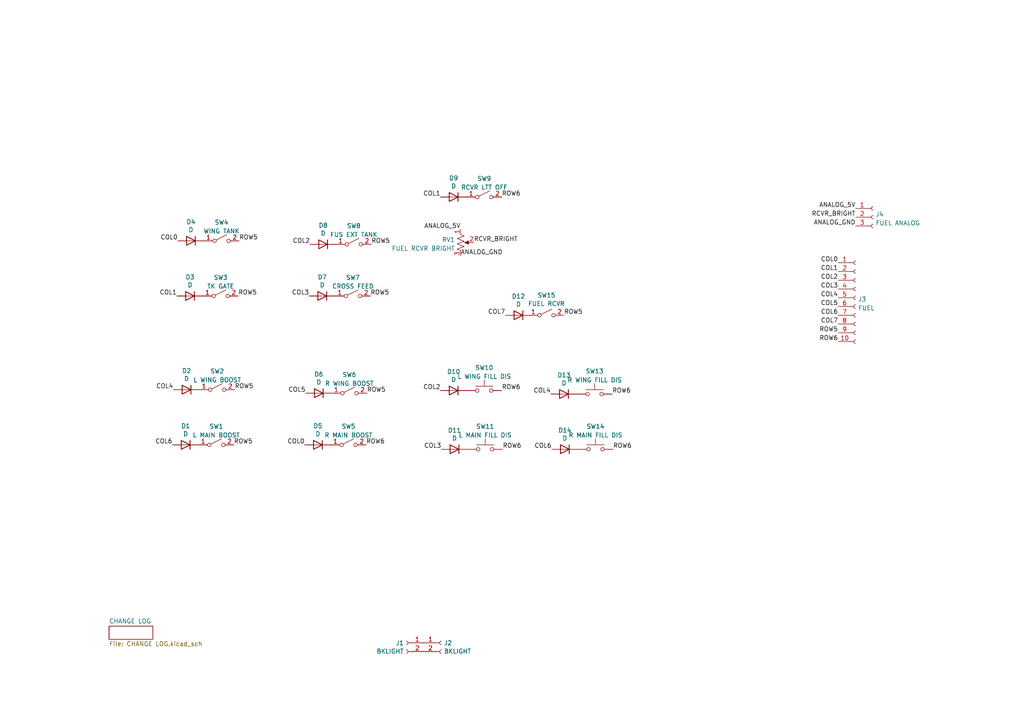
<source format=kicad_sch>
(kicad_sch (version 20230121) (generator eeschema)
  (paper "A4")
  (lib_symbols
    (symbol "Connector:Conn_01x02_Socket" (pin_names (offset 1.016) hide)
      (property "Reference" "J" (at 0 2.54 0))
      (property "Value" "Conn_01x02_Socket" (at 0 -5.08 0))
      (symbol "Conn_01x02_Socket_1_1"
        (arc (start 0 -2.032) (mid -0.5058 -2.54) (end 0 -3.048) (stroke (width 0.1524)))
        (polyline (pts (xy -1.27 -2.54) (xy -0.508 -2.54)) (stroke (width 0.1524)))
        (polyline (pts (xy -1.27 0) (xy -0.508 0)) (stroke (width 0.1524)))
        (arc (start 0 0.508) (mid -0.5058 0) (end 0 -0.508) (stroke (width 0.1524)))
        (pin passive line (at -5.08 0 0) (length 3.81) (name "Pin_1") (number "1"))
        (pin passive line (at -5.08 -2.54 0) (length 3.81) (name "Pin_2") (number "2"))
      )
    )
    (symbol "Connector:Conn_01x03_Female" (pin_names (offset 1.016) hide)
      (property "Reference" "J" (at 0 5.08 0))
      (property "Value" "Conn_01x03_Female" (at 0 -5.08 0))
      (symbol "Conn_01x03_Female_1_1"
        (arc (start 0 -2.032) (mid -0.5058 -2.54) (end 0 -3.048) (stroke (width 0.1524)))
        (polyline (pts (xy -1.27 -2.54) (xy -0.508 -2.54)) (stroke (width 0.1524)))
        (polyline (pts (xy -1.27 0) (xy -0.508 0)) (stroke (width 0.1524)))
        (polyline (pts (xy -1.27 2.54) (xy -0.508 2.54)) (stroke (width 0.1524)))
        (arc (start 0 0.508) (mid -0.5058 0) (end 0 -0.508) (stroke (width 0.1524)))
        (arc (start 0 3.048) (mid -0.5058 2.54) (end 0 2.032) (stroke (width 0.1524)))
        (pin passive line (at -5.08 2.54 0) (length 3.81) (name "Pin_1") (number "1"))
        (pin passive line (at -5.08 0 0) (length 3.81) (name "Pin_2") (number "2"))
        (pin passive line (at -5.08 -2.54 0) (length 3.81) (name "Pin_3") (number "3"))
      )
    )
    (symbol "Connector:Conn_01x10_Female" (pin_names (offset 1.016) hide)
      (property "Reference" "J" (at 0 12.7 0))
      (property "Value" "Conn_01x10_Female" (at 0 -15.24 0))
      (symbol "Conn_01x10_Female_1_1"
        (arc (start 0 -12.192) (mid -0.5058 -12.7) (end 0 -13.208) (stroke (width 0.1524)))
        (arc (start 0 -9.652) (mid -0.5058 -10.16) (end 0 -10.668) (stroke (width 0.1524)))
        (arc (start 0 -7.112) (mid -0.5058 -7.62) (end 0 -8.128) (stroke (width 0.1524)))
        (arc (start 0 -4.572) (mid -0.5058 -5.08) (end 0 -5.588) (stroke (width 0.1524)))
        (arc (start 0 -2.032) (mid -0.5058 -2.54) (end 0 -3.048) (stroke (width 0.1524)))
        (polyline (pts (xy -1.27 -12.7) (xy -0.508 -12.7)) (stroke (width 0.1524)))
        (polyline (pts (xy -1.27 -10.16) (xy -0.508 -10.16)) (stroke (width 0.1524)))
        (polyline (pts (xy -1.27 -7.62) (xy -0.508 -7.62)) (stroke (width 0.1524)))
        (polyline (pts (xy -1.27 -5.08) (xy -0.508 -5.08)) (stroke (width 0.1524)))
        (polyline (pts (xy -1.27 -2.54) (xy -0.508 -2.54)) (stroke (width 0.1524)))
        (polyline (pts (xy -1.27 0) (xy -0.508 0)) (stroke (width 0.1524)))
        (polyline (pts (xy -1.27 2.54) (xy -0.508 2.54)) (stroke (width 0.1524)))
        (polyline (pts (xy -1.27 5.08) (xy -0.508 5.08)) (stroke (width 0.1524)))
        (polyline (pts (xy -1.27 7.62) (xy -0.508 7.62)) (stroke (width 0.1524)))
        (polyline (pts (xy -1.27 10.16) (xy -0.508 10.16)) (stroke (width 0.1524)))
        (arc (start 0 0.508) (mid -0.5058 0) (end 0 -0.508) (stroke (width 0.1524)))
        (arc (start 0 3.048) (mid -0.5058 2.54) (end 0 2.032) (stroke (width 0.1524)))
        (arc (start 0 5.588) (mid -0.5058 5.08) (end 0 4.572) (stroke (width 0.1524)))
        (arc (start 0 8.128) (mid -0.5058 7.62) (end 0 7.112) (stroke (width 0.1524)))
        (arc (start 0 10.668) (mid -0.5058 10.16) (end 0 9.652) (stroke (width 0.1524)))
        (pin passive line (at -5.08 10.16 0) (length 3.81) (name "Pin_1") (number "1"))
        (pin passive line (at -5.08 -12.7 0) (length 3.81) (name "Pin_10") (number "10"))
        (pin passive line (at -5.08 7.62 0) (length 3.81) (name "Pin_2") (number "2"))
        (pin passive line (at -5.08 5.08 0) (length 3.81) (name "Pin_3") (number "3"))
        (pin passive line (at -5.08 2.54 0) (length 3.81) (name "Pin_4") (number "4"))
        (pin passive line (at -5.08 0 0) (length 3.81) (name "Pin_5") (number "5"))
        (pin passive line (at -5.08 -2.54 0) (length 3.81) (name "Pin_6") (number "6"))
        (pin passive line (at -5.08 -5.08 0) (length 3.81) (name "Pin_7") (number "7"))
        (pin passive line (at -5.08 -7.62 0) (length 3.81) (name "Pin_8") (number "8"))
        (pin passive line (at -5.08 -10.16 0) (length 3.81) (name "Pin_9") (number "9"))
      )
    )
    (symbol "Device:D" (pin_numbers hide) (pin_names (offset 1.016) hide)
      (property "Reference" "D" (at 0 2.54 0))
      (property "Value" "D" (at 0 -2.54 0))
      (symbol "D_0_1"
        (polyline (pts (xy -1.27 1.27) (xy -1.27 -1.27)) (stroke (width 0.254)))
        (polyline (pts (xy 1.27 0) (xy -1.27 0)))
        (polyline (pts (xy 1.27 1.27) (xy 1.27 -1.27) (xy -1.27 0) (xy 1.27 1.27)) (stroke (width 0.254)))
      )
      (symbol "D_1_1"
        (pin passive line (at -3.81 0 0) (length 2.54) (name "K") (number "1"))
        (pin passive line (at 3.81 0 180) (length 2.54) (name "A") (number "2"))
      )
    )
    (symbol "Device:R_Potentiometer_US" (pin_names (offset 1.016) hide)
      (property "Reference" "RV" (at -4.445 0 90))
      (property "Value" "R_Potentiometer_US" (at -2.54 0 90))
      (symbol "R_Potentiometer_US_0_1"
        (polyline (pts (xy 0 -2.286) (xy 0 -2.54)))
        (polyline (pts (xy 0 2.54) (xy 0 2.286)))
        (polyline (pts (xy 2.54 0) (xy 1.524 0)))
        (polyline (pts (xy 1.143 0) (xy 2.286 0.508) (xy 2.286 -0.508) (xy 1.143 0)) (fill (type outline)))
        (polyline (pts (xy 0 -0.762) (xy 1.016 -1.143) (xy 0 -1.524) (xy -1.016 -1.905) (xy 0 -2.286)))
        (polyline (pts (xy 0 0.762) (xy 1.016 0.381) (xy 0 0) (xy -1.016 -0.381) (xy 0 -0.762)))
        (polyline (pts (xy 0 2.286) (xy 1.016 1.905) (xy 0 1.524) (xy -1.016 1.143) (xy 0 0.762)))
      )
      (symbol "R_Potentiometer_US_1_1"
        (pin passive line (at 0 3.81 270) (length 1.27) (name "1") (number "1"))
        (pin passive line (at 3.81 0 180) (length 1.27) (name "2") (number "2"))
        (pin passive line (at 0 -3.81 90) (length 1.27) (name "3") (number "3"))
      )
    )
    (symbol "Switch:SW_Push" (pin_numbers hide) (pin_names (offset 1.016) hide)
      (property "Reference" "SW" (at 1.27 2.54 0))
      (property "Value" "SW_Push" (at 0 -1.524 0))
      (symbol "SW_Push_0_1"
        (circle (center -2.032 0) (radius 0.508))
        (polyline (pts (xy 0 1.27) (xy 0 3.048)))
        (polyline (pts (xy 2.54 1.27) (xy -2.54 1.27)))
        (circle (center 2.032 0) (radius 0.508))
        (pin passive line (at -5.08 0 0) (length 2.54) (name "1") (number "1"))
        (pin passive line (at 5.08 0 180) (length 2.54) (name "2") (number "2"))
      )
    )
    (symbol "Switch:SW_SPST" (pin_names (offset 0) hide)
      (property "Reference" "SW" (at 0 3.175 0))
      (property "Value" "SW_SPST" (at 0 -2.54 0))
      (symbol "SW_SPST_0_0"
        (circle (center -2.032 0) (radius 0.508))
        (polyline (pts (xy -1.524 0.254) (xy 1.524 1.778)))
        (circle (center 2.032 0) (radius 0.508))
      )
      (symbol "SW_SPST_1_1"
        (pin passive line (at -5.08 0 0) (length 2.54) (name "A") (number "1"))
        (pin passive line (at 5.08 0 180) (length 2.54) (name "B") (number "2"))
      )
    )
  )
  (wire (pts (xy 154.178 91.44) (xy 153.416 91.44)))
  (label "ROW5" (at 243.078 96.52 180))
  (label "COL0" (at 51.562 69.85 180))
  (label "COL6" (at 160.02 130.302 180))
  (label "ROW6" (at 243.078 99.06 180))
  (label "ROW6" (at 177.546 114.3 0))
  (label "COL0" (at 88.392 129.032 180))
  (label "COL2" (at 127.762 113.284 180))
  (label "ROW6" (at 106.172 129.032 0))
  (label "RCVR_BRIGHT" (at 248.158 62.992 180))
  (label "ROW5" (at 106.426 114.046 0))
  (label "ROW5" (at 67.818 129.032 0))
  (label "RCVR_BRIGHT" (at 137.414 70.358 0))
  (label "ROW5" (at 107.696 70.866 0))
  (label "ANALOG_GND" (at 248.158 65.532 180))
  (label "COL1" (at 51.308 85.852 180))
  (label "ROW6" (at 145.796 130.302 0))
  (label "COL5" (at 243.078 88.9 180))
  (label "ANALOG_GND" (at 133.604 74.168 0))
  (label "COL1" (at 127.762 57.15 180))
  (label "COL4" (at 50.292 113.03 180))
  (label "COL6" (at 243.078 91.44 180))
  (label "ROW6" (at 177.8 130.302 0))
  (label "ROW6" (at 145.542 113.284 0))
  (label "ROW5" (at 69.088 85.852 0))
  (label "COL3" (at 243.078 83.82 180))
  (label "COL5" (at 88.646 114.046 180))
  (label "ROW5" (at 68.072 113.03 0))
  (label "ANALOG_5V" (at 133.604 66.548 180))
  (label "COL3" (at 89.662 85.852 180))
  (label "COL4" (at 243.078 86.36 180))
  (label "COL0" (at 243.078 76.2 180))
  (label "COL3" (at 128.016 130.302 180))
  (label "ROW6" (at 145.542 57.15 0))
  (label "ROW5" (at 107.442 85.852 0))
  (label "COL7" (at 243.078 93.98 180))
  (label "ROW5" (at 69.342 69.85 0))
  (label "ROW5" (at 163.576 91.44 0))
  (label "COL1" (at 243.078 78.74 180))
  (label "COL6" (at 50.038 129.032 180))
  (label "COL2" (at 243.078 81.28 180))
  (label "COL4" (at 159.766 114.3 180))
  (label "COL2" (at 89.916 70.866 180))
  (label "COL7" (at 146.558 91.44 180))
  (label "ANALOG_5V" (at 248.158 60.452 180))
  (symbol (lib_id "Device:D") (at 55.118 85.852 0) (mirror y) (unit 1)
    (property "Reference" "D3" (at 55.118 80.3656 0))
    (property "Value" "D" (at 55.118 82.677 0))
    (property "Footprint" "Diode_THT:D_A-405_P2.54mm_Vertical_AnodeUp" (effects hide))
  )
  (symbol (lib_id "Switch:SW_SPST") (at 158.496 91.44 0) (unit 1)
    (property "Reference" "SW15" (at 158.496 85.6447 0))
    (property "Value" "FUEL RCVR" (at 158.496 88.0689 0))
    (property "Footprint" "Connector_Molex:Molex_KK-254_AE-6410-02A_1x02_P2.54mm_Vertical" (effects hide))
  )
  (symbol (lib_id "Switch:SW_SPST") (at 102.362 85.852 0) (unit 1)
    (property "Reference" "SW7" (at 102.362 80.5012 0))
    (property "Value" "CROSS FEED" (at 102.362 83.0381 0))
    (property "Footprint" "Connector_Molex:Molex_KK-254_AE-6410-02A_1x02_P2.54mm_Vertical" (effects hide))
  )
  (symbol (lib_id "Connector:Conn_01x10_Female") (at 248.158 86.36 0) (unit 1)
    (property "Reference" "J3" (at 248.8692 86.7953 0) (effects (justify left)))
    (property "Value" "FUEL" (at 248.8692 89.3322 0) (effects (justify left)))
    (property "Footprint" "Connector_Molex:Molex_KK-254_AE-6410-10A_1x10_P2.54mm_Vertical" (effects hide))
  )
  (symbol (lib_id "Switch:SW_SPST") (at 64.262 69.85 0) (unit 1)
    (property "Reference" "SW4" (at 64.262 64.4992 0))
    (property "Value" "WING TANK" (at 64.262 67.0361 0))
    (property "Footprint" "Connector_Molex:Molex_KK-254_AE-6410-02A_1x02_P2.54mm_Vertical" (effects hide))
  )
  (symbol (lib_id "Switch:SW_Push") (at 140.462 113.284 0) (unit 1)
    (property "Reference" "SW10" (at 140.462 106.6632 0))
    (property "Value" "L WING FILL DIS" (at 140.462 109.2001 0))
    (property "Footprint" "Connector_Molex:Molex_KK-254_AE-6410-02A_1x02_P2.54mm_Vertical" (effects hide))
  )
  (symbol (lib_id "Switch:SW_SPST") (at 62.738 129.032 0) (unit 1)
    (property "Reference" "SW1" (at 62.738 123.6812 0))
    (property "Value" "L MAIN BOOST" (at 62.738 126.2181 0))
    (property "Footprint" "Connector_Molex:Molex_KK-254_AE-6410-02A_1x02_P2.54mm_Vertical" (effects hide))
  )
  (symbol (lib_id "Device:D") (at 93.472 85.852 0) (mirror y) (unit 1)
    (property "Reference" "D7" (at 93.472 80.3656 0))
    (property "Value" "D" (at 93.472 82.677 0))
    (property "Footprint" "Diode_THT:D_A-405_P2.54mm_Vertical_AnodeUp" (effects hide))
  )
  (symbol (lib_id "Device:D") (at 53.848 129.032 0) (mirror y) (unit 1)
    (property "Reference" "D1" (at 53.848 123.5456 0))
    (property "Value" "D" (at 53.848 125.857 0))
    (property "Footprint" "Diode_THT:D_A-405_P2.54mm_Vertical_AnodeUp" (effects hide))
  )
  (symbol (lib_id "Switch:SW_Push") (at 140.716 130.302 0) (unit 1)
    (property "Reference" "SW11" (at 140.716 123.6812 0))
    (property "Value" "L MAIN FILL DIS" (at 140.716 126.2181 0))
    (property "Footprint" "Connector_Molex:Molex_KK-254_AE-6410-02A_1x02_P2.54mm_Vertical" (effects hide))
  )
  (symbol (lib_id "Switch:SW_SPST") (at 140.462 57.15 0) (unit 1)
    (property "Reference" "SW9" (at 140.462 51.7992 0))
    (property "Value" "RCVR LTT OFF" (at 140.462 54.3361 0))
    (property "Footprint" "Connector_Molex:Molex_KK-254_AE-6410-02A_1x02_P2.54mm_Vertical" (effects hide))
  )
  (symbol (lib_id "Device:D") (at 131.826 130.302 0) (mirror y) (unit 1)
    (property "Reference" "D11" (at 131.826 124.8156 0))
    (property "Value" "D" (at 131.826 127.127 0))
    (property "Footprint" "Diode_THT:D_A-405_P2.54mm_Vertical_AnodeUp" (effects hide))
  )
  (symbol (lib_id "Connector:Conn_01x02_Socket") (at 117.856 186.436 0) (mirror y) (unit 1)
    (property "Reference" "J1" (at 117.1448 186.4939 0) (effects (justify left)))
    (property "Value" "BKLIGHT" (at 117.1448 188.9181 0) (effects (justify left)))
    (property "Footprint" "Connector_Molex:Molex_KK-254_AE-6410-02A_1x02_P2.54mm_Vertical" (effects hide))
  )
  (symbol (lib_id "Device:D") (at 163.576 114.3 0) (mirror y) (unit 1)
    (property "Reference" "D13" (at 163.576 108.8136 0))
    (property "Value" "D" (at 163.576 111.125 0))
    (property "Footprint" "Diode_THT:D_A-405_P2.54mm_Vertical_AnodeUp" (effects hide))
  )
  (symbol (lib_id "Device:D") (at 54.102 113.03 0) (mirror y) (unit 1)
    (property "Reference" "D2" (at 54.102 107.5436 0))
    (property "Value" "D" (at 54.102 109.855 0))
    (property "Footprint" "Diode_THT:D_A-405_P2.54mm_Vertical_AnodeUp" (effects hide))
  )
  (symbol (lib_id "Device:D") (at 131.572 113.284 0) (mirror y) (unit 1)
    (property "Reference" "D10" (at 131.572 107.7976 0))
    (property "Value" "D" (at 131.572 110.109 0))
    (property "Footprint" "Diode_THT:D_A-405_P2.54mm_Vertical_AnodeUp" (effects hide))
  )
  (symbol (lib_id "Device:D") (at 131.572 57.15 0) (mirror y) (unit 1)
    (property "Reference" "D9" (at 131.572 51.6636 0))
    (property "Value" "D" (at 131.572 53.975 0))
    (property "Footprint" "Diode_THT:D_A-405_P2.54mm_Vertical_AnodeUp" (effects hide))
  )
  (symbol (lib_id "Connector:Conn_01x03_Female") (at 253.238 62.992 0) (unit 1)
    (property "Reference" "J4" (at 253.9492 62.1573 0) (effects (justify left)))
    (property "Value" "FUEL ANALOG" (at 253.9492 64.6942 0) (effects (justify left)))
    (property "Footprint" "Connector_Molex:Molex_KK-254_AE-6410-03A_1x03_P2.54mm_Vertical" (effects hide))
  )
  (symbol (lib_id "Switch:SW_SPST") (at 102.616 70.866 0) (unit 1)
    (property "Reference" "SW8" (at 102.616 65.5152 0))
    (property "Value" "FUS EXT TANK" (at 102.616 68.0521 0))
    (property "Footprint" "Connector_Molex:Molex_KK-254_AE-6410-02A_1x02_P2.54mm_Vertical" (effects hide))
  )
  (symbol (lib_id "Device:D") (at 93.726 70.866 0) (mirror y) (unit 1)
    (property "Reference" "D8" (at 93.726 65.3796 0))
    (property "Value" "D" (at 93.726 67.691 0))
    (property "Footprint" "Diode_THT:D_A-405_P2.54mm_Vertical_AnodeUp" (effects hide))
  )
  (symbol (lib_id "Switch:SW_SPST") (at 62.992 113.03 0) (unit 1)
    (property "Reference" "SW2" (at 62.992 107.6792 0))
    (property "Value" "L WING BOOST" (at 62.992 110.2161 0))
    (property "Footprint" "Connector_Molex:Molex_KK-254_AE-6410-02A_1x02_P2.54mm_Vertical" (effects hide))
  )
  (symbol (lib_id "Device:D") (at 92.202 129.032 0) (mirror y) (unit 1)
    (property "Reference" "D5" (at 92.202 123.5456 0))
    (property "Value" "D" (at 92.202 125.857 0))
    (property "Footprint" "Diode_THT:D_A-405_P2.54mm_Vertical_AnodeUp" (effects hide))
  )
  (symbol (lib_id "Device:D") (at 163.83 130.302 0) (mirror y) (unit 1)
    (property "Reference" "D14" (at 163.83 124.8156 0))
    (property "Value" "D" (at 163.83 127.127 0))
    (property "Footprint" "Diode_THT:D_A-405_P2.54mm_Vertical_AnodeUp" (effects hide))
  )
  (symbol (lib_id "Switch:SW_SPST") (at 64.008 85.852 0) (unit 1)
    (property "Reference" "SW3" (at 64.008 80.5012 0))
    (property "Value" "TK GATE" (at 64.008 83.0381 0))
    (property "Footprint" "Connector_Molex:Molex_KK-254_AE-6410-02A_1x02_P2.54mm_Vertical" (effects hide))
  )
  (symbol (lib_id "Switch:SW_Push") (at 172.72 130.302 0) (unit 1)
    (property "Reference" "SW14" (at 172.72 123.6812 0))
    (property "Value" "R MAIN FILL DIS" (at 172.72 126.2181 0))
    (property "Footprint" "Connector_Molex:Molex_KK-254_AE-6410-02A_1x02_P2.54mm_Vertical" (effects hide))
  )
  (symbol (lib_id "Switch:SW_SPST") (at 101.092 129.032 0) (unit 1)
    (property "Reference" "SW5" (at 101.092 123.6812 0))
    (property "Value" "R MAIN BOOST" (at 101.092 126.2181 0))
    (property "Footprint" "Connector_Molex:Molex_KK-254_AE-6410-02A_1x02_P2.54mm_Vertical" (effects hide))
  )
  (symbol (lib_id "Switch:SW_SPST") (at 101.346 114.046 0) (unit 1)
    (property "Reference" "SW6" (at 101.346 108.6952 0))
    (property "Value" "R WING BOOST" (at 101.346 111.2321 0))
    (property "Footprint" "Connector_Molex:Molex_KK-254_AE-6410-02A_1x02_P2.54mm_Vertical" (effects hide))
  )
  (symbol (lib_id "Device:D") (at 92.456 114.046 0) (mirror y) (unit 1)
    (property "Reference" "D6" (at 92.456 108.5596 0))
    (property "Value" "D" (at 92.456 110.871 0))
    (property "Footprint" "Diode_THT:D_A-405_P2.54mm_Vertical_AnodeUp" (effects hide))
  )
  (symbol (lib_id "Device:R_Potentiometer_US") (at 133.604 70.358 0) (unit 1)
    (property "Reference" "RV1" (at 131.9531 69.5233 0) (effects (justify right)))
    (property "Value" "FUEL RCVR BRIGHT" (at 131.9531 72.0602 0) (effects (justify right)))
    (property "Footprint" "Connector_Molex:Molex_KK-254_AE-6410-03A_1x03_P2.54mm_Vertical" (effects hide))
  )
  (symbol (lib_id "Device:D") (at 150.368 91.44 0) (mirror y) (unit 1)
    (property "Reference" "D12" (at 150.368 85.9536 0))
    (property "Value" "D" (at 150.368 88.265 0))
    (property "Footprint" "Diode_THT:D_A-405_P2.54mm_Vertical_AnodeUp" (effects hide))
  )
  (symbol (lib_id "Device:D") (at 55.372 69.85 0) (mirror y) (unit 1)
    (property "Reference" "D4" (at 55.372 64.3636 0))
    (property "Value" "D" (at 55.372 66.675 0))
    (property "Footprint" "Diode_THT:D_A-405_P2.54mm_Vertical_AnodeUp" (effects hide))
  )
  (symbol (lib_id "Connector:Conn_01x02_Socket") (at 128.016 186.436 0) (unit 1)
    (property "Reference" "J2" (at 128.7272 186.4939 0) (effects (justify left)))
    (property "Value" "BKLIGHT" (at 128.7272 188.9181 0) (effects (justify left)))
    (property "Footprint" "Connector_Molex:Molex_KK-254_AE-6410-02A_1x02_P2.54mm_Vertical" (effects hide))
  )
  (symbol (lib_id "Switch:SW_Push") (at 172.466 114.3 0) (unit 1)
    (property "Reference" "SW13" (at 172.466 107.6792 0))
    (property "Value" "R WING FILL DIS" (at 172.466 110.2161 0))
    (property "Footprint" "Connector_Molex:Molex_KK-254_AE-6410-02A_1x02_P2.54mm_Vertical" (effects hide))
  )
  (sheet (at 31.623 181.61) (size 12.7 3.81) (stroke (width 0.1524))
    (property "Sheetname" "CHANGE LOG" (at 31.623 180.8984 0) (effects (justify left bottom)))
    (property "Sheetfile" "CHANGE LOG.kicad_sch" (at 31.623 186.0046 0) (effects (justify left top)))
  )
)
</source>
